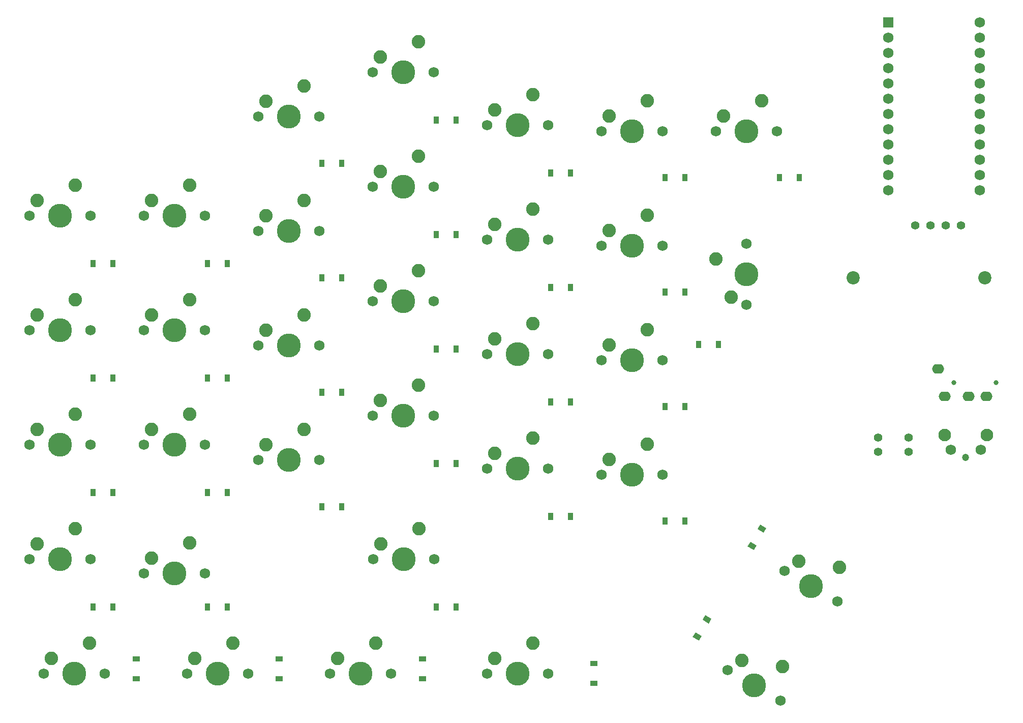
<source format=gbs>
G04 #@! TF.GenerationSoftware,KiCad,Pcbnew,5.1.10*
G04 #@! TF.CreationDate,2021-07-11T16:17:35-04:00*
G04 #@! TF.ProjectId,v02_left,7630325f-6c65-4667-942e-6b696361645f,rev?*
G04 #@! TF.SameCoordinates,Original*
G04 #@! TF.FileFunction,Soldermask,Bot*
G04 #@! TF.FilePolarity,Negative*
%FSLAX46Y46*%
G04 Gerber Fmt 4.6, Leading zero omitted, Abs format (unit mm)*
G04 Created by KiCad (PCBNEW 5.1.10) date 2021-07-11 16:17:35*
%MOMM*%
%LPD*%
G01*
G04 APERTURE LIST*
%ADD10C,2.200000*%
%ADD11C,1.200000*%
%ADD12C,2.100000*%
%ADD13C,1.750000*%
%ADD14O,2.000000X1.600000*%
%ADD15C,0.800000*%
%ADD16C,0.100000*%
%ADD17R,1.200000X0.900000*%
%ADD18R,0.900000X1.200000*%
%ADD19C,2.250000*%
%ADD20C,3.987800*%
%ADD21C,1.397000*%
%ADD22R,1.752600X1.752600*%
%ADD23C,1.752600*%
G04 APERTURE END LIST*
D10*
X-19560000Y-50800000D03*
X2381250Y-50800000D03*
D11*
X-810000Y-80680000D03*
D12*
X2690000Y-76980000D03*
D13*
X1690000Y-79470000D03*
X-3310000Y-79470000D03*
D12*
X-4320000Y-76980000D03*
D14*
X-345000Y-70582500D03*
D15*
X4255000Y-68282500D03*
X-2745000Y-68282500D03*
D14*
X2655000Y-70582500D03*
X-4345000Y-70582500D03*
X-5445000Y-65982500D03*
D16*
G36*
X-43584385Y-108353769D02*
G01*
X-44623615Y-107753769D01*
X-44173615Y-106974347D01*
X-43134385Y-107574347D01*
X-43584385Y-108353769D01*
G37*
G36*
X-45234385Y-111211653D02*
G01*
X-46273615Y-110611653D01*
X-45823615Y-109832231D01*
X-44784385Y-110432231D01*
X-45234385Y-111211653D01*
G37*
D17*
X-62706250Y-115031250D03*
X-62706250Y-118331250D03*
D18*
X-88962500Y-105568750D03*
X-85662500Y-105568750D03*
D17*
X-91281250Y-114237500D03*
X-91281250Y-117537500D03*
X-115093750Y-114237500D03*
X-115093750Y-117537500D03*
X-138906250Y-114237500D03*
X-138906250Y-117537500D03*
D16*
G36*
X-34440385Y-93240769D02*
G01*
X-35479615Y-92640769D01*
X-35029615Y-91861347D01*
X-33990385Y-92461347D01*
X-34440385Y-93240769D01*
G37*
G36*
X-36090385Y-96098653D02*
G01*
X-37129615Y-95498653D01*
X-36679615Y-94719231D01*
X-35640385Y-95319231D01*
X-36090385Y-96098653D01*
G37*
D18*
X-50862500Y-91281250D03*
X-47562500Y-91281250D03*
X-69912500Y-90487500D03*
X-66612500Y-90487500D03*
X-88962500Y-81756250D03*
X-85662500Y-81756250D03*
X-108012500Y-88900000D03*
X-104712500Y-88900000D03*
X-127062500Y-105568750D03*
X-123762500Y-105568750D03*
X-146112500Y-105568750D03*
X-142812500Y-105568750D03*
X-45306250Y-61912500D03*
X-42006250Y-61912500D03*
X-50862500Y-72231250D03*
X-47562500Y-72231250D03*
X-69912500Y-71437500D03*
X-66612500Y-71437500D03*
X-88962500Y-62706250D03*
X-85662500Y-62706250D03*
X-108012500Y-69850000D03*
X-104712500Y-69850000D03*
X-127062500Y-86518750D03*
X-123762500Y-86518750D03*
X-146112500Y-86518750D03*
X-142812500Y-86518750D03*
X-50862500Y-53181250D03*
X-47562500Y-53181250D03*
X-69912500Y-52387500D03*
X-66612500Y-52387500D03*
X-88962500Y-43656250D03*
X-85662500Y-43656250D03*
X-108012500Y-50800000D03*
X-104712500Y-50800000D03*
X-127062500Y-67468750D03*
X-123762500Y-67468750D03*
X-146112500Y-67468750D03*
X-142812500Y-67468750D03*
X-31812500Y-34131250D03*
X-28512500Y-34131250D03*
X-50862500Y-34131250D03*
X-47562500Y-34131250D03*
X-69912500Y-33337500D03*
X-66612500Y-33337500D03*
X-88962500Y-24606250D03*
X-85662500Y-24606250D03*
X-108012500Y-31750000D03*
X-104712500Y-31750000D03*
X-127062500Y-48418750D03*
X-123762500Y-48418750D03*
X-146112500Y-48418750D03*
X-142812500Y-48418750D03*
D19*
X-122872500Y-111601250D03*
D20*
X-125412500Y-116681250D03*
D19*
X-129222500Y-114141250D03*
D13*
X-130492500Y-116681250D03*
X-120332500Y-116681250D03*
D19*
X-110966250Y-18923000D03*
D20*
X-113506250Y-24003000D03*
D19*
X-117316250Y-21463000D03*
D13*
X-118586250Y-24003000D03*
X-108426250Y-24003000D03*
D19*
X-42386250Y-47688500D03*
D20*
X-37306250Y-50228500D03*
D19*
X-39846250Y-54038500D03*
D13*
X-37306250Y-55308500D03*
X-37306250Y-45148500D03*
D19*
X-53816250Y-40386000D03*
D20*
X-56356250Y-45466000D03*
D19*
X-60166250Y-42926000D03*
D13*
X-61436250Y-45466000D03*
X-51276250Y-45466000D03*
D19*
X-110966250Y-37973000D03*
D20*
X-113506250Y-43053000D03*
D19*
X-117316250Y-40513000D03*
D13*
X-118586250Y-43053000D03*
X-108426250Y-43053000D03*
D19*
X-53816250Y-21336000D03*
D20*
X-56356250Y-26416000D03*
D19*
X-60166250Y-23876000D03*
D13*
X-61436250Y-26416000D03*
X-51276250Y-26416000D03*
D21*
X-15413750Y-77370000D03*
X-10333750Y-77370000D03*
X-10333750Y-79751250D03*
X-15413750Y-79751250D03*
X-1606250Y-42088750D03*
X-4146250Y-42088750D03*
X-6686250Y-42088750D03*
X-9226250Y-42088750D03*
D22*
X-13671250Y-8275000D03*
D23*
X-13671250Y-10815000D03*
X-13671250Y-13355000D03*
X-13671250Y-15895000D03*
X-13671250Y-18435000D03*
X-13671250Y-20975000D03*
X-13671250Y-23515000D03*
X-13671250Y-26055000D03*
X-13671250Y-28595000D03*
X-13671250Y-31135000D03*
X-13671250Y-33675000D03*
X1568750Y-36215000D03*
X1568750Y-33675000D03*
X1568750Y-31135000D03*
X1568750Y-28595000D03*
X1568750Y-26055000D03*
X1568750Y-23515000D03*
X1568750Y-20975000D03*
X1568750Y-18435000D03*
X1568750Y-15895000D03*
X1568750Y-13355000D03*
X1568750Y-10815000D03*
X-13671250Y-36215000D03*
X1568750Y-8275000D03*
D19*
X-31328295Y-115488591D03*
D20*
X-36068000Y-118618000D03*
D19*
X-38097557Y-114513295D03*
D13*
X-40467409Y-116078000D03*
X-31668591Y-121158000D03*
D19*
X-72866250Y-111601250D03*
D20*
X-75406250Y-116681250D03*
D19*
X-79216250Y-114141250D03*
D13*
X-80486250Y-116681250D03*
X-70326250Y-116681250D03*
D19*
X-91852750Y-92551250D03*
D20*
X-94392750Y-97631250D03*
D19*
X-98202750Y-95091250D03*
D13*
X-99472750Y-97631250D03*
X-89312750Y-97631250D03*
D19*
X-99060000Y-111601250D03*
D20*
X-101600000Y-116681250D03*
D19*
X-105410000Y-114141250D03*
D13*
X-106680000Y-116681250D03*
X-96520000Y-116681250D03*
D19*
X-146685000Y-111601250D03*
D20*
X-149225000Y-116681250D03*
D19*
X-153035000Y-114141250D03*
D13*
X-154305000Y-116681250D03*
X-144145000Y-116681250D03*
D19*
X-21803295Y-98978591D03*
D20*
X-26543000Y-102108000D03*
D19*
X-28572557Y-98003295D03*
D13*
X-30942409Y-99568000D03*
X-22143591Y-104648000D03*
D19*
X-53816250Y-78486000D03*
D20*
X-56356250Y-83566000D03*
D19*
X-60166250Y-81026000D03*
D13*
X-61436250Y-83566000D03*
X-51276250Y-83566000D03*
D19*
X-72866250Y-77470000D03*
D20*
X-75406250Y-82550000D03*
D19*
X-79216250Y-80010000D03*
D13*
X-80486250Y-82550000D03*
X-70326250Y-82550000D03*
D19*
X-91916250Y-68707000D03*
D20*
X-94456250Y-73787000D03*
D19*
X-98266250Y-71247000D03*
D13*
X-99536250Y-73787000D03*
X-89376250Y-73787000D03*
D19*
X-110966250Y-76073000D03*
D20*
X-113506250Y-81153000D03*
D19*
X-117316250Y-78613000D03*
D13*
X-118586250Y-81153000D03*
X-108426250Y-81153000D03*
D19*
X-130016250Y-94932500D03*
D20*
X-132556250Y-100012500D03*
D19*
X-136366250Y-97472500D03*
D13*
X-137636250Y-100012500D03*
X-127476250Y-100012500D03*
D19*
X-149066250Y-92551250D03*
D20*
X-151606250Y-97631250D03*
D19*
X-155416250Y-95091250D03*
D13*
X-156686250Y-97631250D03*
X-146526250Y-97631250D03*
D19*
X-53816250Y-59436000D03*
D20*
X-56356250Y-64516000D03*
D19*
X-60166250Y-61976000D03*
D13*
X-61436250Y-64516000D03*
X-51276250Y-64516000D03*
D19*
X-72866250Y-58420000D03*
D20*
X-75406250Y-63500000D03*
D19*
X-79216250Y-60960000D03*
D13*
X-80486250Y-63500000D03*
X-70326250Y-63500000D03*
D19*
X-91916250Y-49657000D03*
D20*
X-94456250Y-54737000D03*
D19*
X-98266250Y-52197000D03*
D13*
X-99536250Y-54737000D03*
X-89376250Y-54737000D03*
D19*
X-110966250Y-57023000D03*
D20*
X-113506250Y-62103000D03*
D19*
X-117316250Y-59563000D03*
D13*
X-118586250Y-62103000D03*
X-108426250Y-62103000D03*
D19*
X-130016250Y-73501250D03*
D20*
X-132556250Y-78581250D03*
D19*
X-136366250Y-76041250D03*
D13*
X-137636250Y-78581250D03*
X-127476250Y-78581250D03*
D19*
X-149066250Y-73501250D03*
D20*
X-151606250Y-78581250D03*
D19*
X-155416250Y-76041250D03*
D13*
X-156686250Y-78581250D03*
X-146526250Y-78581250D03*
D19*
X-72866250Y-39370000D03*
D20*
X-75406250Y-44450000D03*
D19*
X-79216250Y-41910000D03*
D13*
X-80486250Y-44450000D03*
X-70326250Y-44450000D03*
D19*
X-91916250Y-30607000D03*
D20*
X-94456250Y-35687000D03*
D19*
X-98266250Y-33147000D03*
D13*
X-99536250Y-35687000D03*
X-89376250Y-35687000D03*
D19*
X-130016250Y-54451250D03*
D20*
X-132556250Y-59531250D03*
D19*
X-136366250Y-56991250D03*
D13*
X-137636250Y-59531250D03*
X-127476250Y-59531250D03*
D19*
X-149066250Y-54451250D03*
D20*
X-151606250Y-59531250D03*
D19*
X-155416250Y-56991250D03*
D13*
X-156686250Y-59531250D03*
X-146526250Y-59531250D03*
D19*
X-34766250Y-21336000D03*
D20*
X-37306250Y-26416000D03*
D19*
X-41116250Y-23876000D03*
D13*
X-42386250Y-26416000D03*
X-32226250Y-26416000D03*
D19*
X-72866250Y-20320000D03*
D20*
X-75406250Y-25400000D03*
D19*
X-79216250Y-22860000D03*
D13*
X-80486250Y-25400000D03*
X-70326250Y-25400000D03*
D19*
X-91916250Y-11557000D03*
D20*
X-94456250Y-16637000D03*
D19*
X-98266250Y-14097000D03*
D13*
X-99536250Y-16637000D03*
X-89376250Y-16637000D03*
D19*
X-130016250Y-35401250D03*
D20*
X-132556250Y-40481250D03*
D19*
X-136366250Y-37941250D03*
D13*
X-137636250Y-40481250D03*
X-127476250Y-40481250D03*
D19*
X-149066250Y-35401250D03*
D20*
X-151606250Y-40481250D03*
D19*
X-155416250Y-37941250D03*
D13*
X-156686250Y-40481250D03*
X-146526250Y-40481250D03*
M02*

</source>
